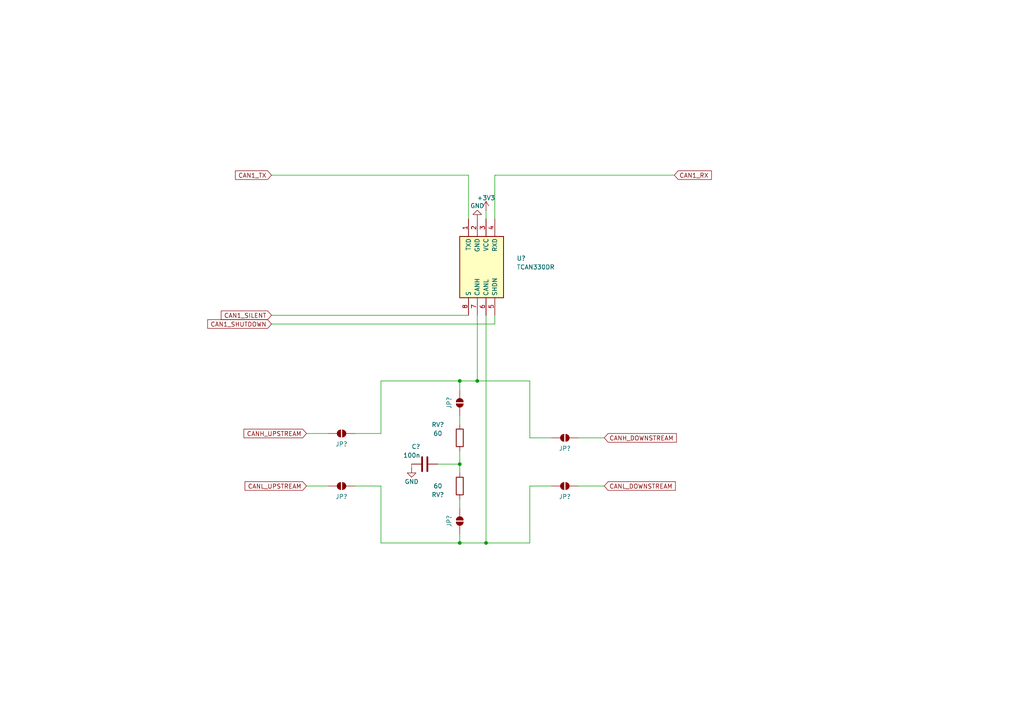
<source format=kicad_sch>
(kicad_sch (version 20231120) (generator "eeschema") (generator_version "8.0")
  (paper "A4")
  (lib_symbols
    (symbol "Device:C" (pin_numbers hide) (pin_names (offset 0.254))
      (property "Reference" "C" (at 0.635 2.54 0))
      (property "Value" "C" (at 0.635 -2.54 0))
      (symbol "C_0_1"
        (polyline (pts (xy -2.032 -0.762) (xy 2.032 -0.762)) (stroke (width 0.508)))
        (polyline (pts (xy -2.032 0.762) (xy 2.032 0.762)) (stroke (width 0.508)))
      )
      (symbol "C_1_1"
        (pin passive line (at 0 3.81 270) (length 2.794) (name "~") (number "1"))
        (pin passive line (at 0 -3.81 90) (length 2.794) (name "~") (number "2"))
      )
    )
    (symbol "Device:R" (pin_numbers hide) (pin_names (offset 0))
      (property "Reference" "R" (at 2.032 0 90))
      (property "Value" "R" (at 0 0 90))
      (symbol "R_0_1"
        (rectangle (start -1.016 -2.54) (end 1.016 2.54) (stroke (width 0.254)))
      )
      (symbol "R_1_1"
        (pin passive line (at 0 3.81 270) (length 1.27) (name "~") (number "1"))
        (pin passive line (at 0 -3.81 90) (length 1.27) (name "~") (number "2"))
      )
    )
    (symbol "Jumper:SolderJumper_2_Open" (pin_numbers hide) (pin_names (offset 0) hide) (exclude_from_sim yes) (in_bom no)
      (property "Reference" "JP" (at 0 2.032 0))
      (property "Value" "SolderJumper_2_Open" (at 0 -2.54 0))
      (symbol "SolderJumper_2_Open_0_1"
        (arc (start -0.254 1.016) (mid -1.2656 0) (end -0.254 -1.016))
        (arc (start -0.254 1.016) (mid -1.2656 0) (end -0.254 -1.016) (fill (type outline)))
        (polyline (pts (xy -0.254 1.016) (xy -0.254 -1.016)))
        (polyline (pts (xy 0.254 1.016) (xy 0.254 -1.016)))
        (arc (start 0.254 -1.016) (mid 1.2656 0) (end 0.254 1.016))
        (arc (start 0.254 -1.016) (mid 1.2656 0) (end 0.254 1.016) (fill (type outline)))
      )
      (symbol "SolderJumper_2_Open_1_1"
        (pin passive line (at -3.81 0 0) (length 2.54) (name "A") (number "1"))
        (pin passive line (at 3.81 0 180) (length 2.54) (name "B") (number "2"))
      )
    )
    (symbol "TVSC:TCAN330DR"
      (property "Reference" "U" (at 24.13 7.62 0))
      (property "Value" "TCAN330DR" (at 24.13 5.08 0))
      (symbol "TCAN330DR_1_1"
        (rectangle (start 5.08 2.54) (end 22.86 -10.16) (stroke (width 0.254)) (fill (type background)))
        (pin passive line (at 0 0 0) (length 5.08) (name "TXD") (number "1"))
        (pin passive line (at 0 -2.54 0) (length 5.08) (name "GND") (number "2"))
        (pin passive line (at 0 -5.08 0) (length 5.08) (name "VCC") (number "3"))
        (pin passive line (at 0 -7.62 0) (length 5.08) (name "RXD") (number "4"))
        (pin passive line (at 27.94 -7.62 180) (length 5.08) (name "SHDN") (number "5"))
        (pin passive line (at 27.94 -5.08 180) (length 5.08) (name "CANL") (number "6"))
        (pin passive line (at 27.94 -2.54 180) (length 5.08) (name "CANH") (number "7"))
        (pin passive line (at 27.94 0 180) (length 5.08) (name "S") (number "8"))
      )
    )
    (symbol "power:+3V3" (power) (pin_numbers hide) (pin_names (offset 0) hide)
      (property "Value" "+3V3" (at 0 3.556 0))
      (symbol "+3V3_0_1"
        (polyline (pts (xy -0.762 1.27) (xy 0 2.54)))
        (polyline (pts (xy 0 0) (xy 0 2.54)))
        (polyline (pts (xy 0 2.54) (xy 0.762 1.27)))
      )
      (symbol "+3V3_1_1"
        (pin power_in line (at 0 0 90) (length 0) (name "~") (number "1"))
      )
    )
    (symbol "power:GND" (power) (pin_numbers hide) (pin_names (offset 0) hide)
      (property "Value" "GND" (at 0 -3.81 0))
      (symbol "GND_0_1"
        (polyline (pts (xy 0 0) (xy 0 -1.27) (xy 1.27 -1.27) (xy 0 -2.54) (xy -1.27 -1.27) (xy 0 -1.27)))
      )
      (symbol "GND_1_1"
        (pin power_in line (at 0 0 270) (length 0) (name "~") (number "1"))
      )
    )
  )
  (junction (at 133.35 110.49))
  (junction (at 140.97 157.48))
  (junction (at 133.35 157.48))
  (junction (at 133.35 134.62))
  (junction (at 138.43 110.49))
  (wire (pts (xy 102.87 140.97) (xy 110.49 140.97)))
  (wire (pts (xy 110.49 125.73) (xy 110.49 110.49)))
  (wire (pts (xy 88.9 140.97) (xy 95.25 140.97)))
  (wire (pts (xy 133.35 120.65) (xy 133.35 123.19)))
  (wire (pts (xy 133.35 157.48) (xy 140.97 157.48)))
  (wire (pts (xy 110.49 110.49) (xy 133.35 110.49)))
  (wire (pts (xy 135.89 50.8) (xy 78.74 50.8)))
  (wire (pts (xy 167.64 127) (xy 175.26 127)))
  (wire (pts (xy 133.35 110.49) (xy 133.35 113.03)))
  (wire (pts (xy 143.51 93.98) (xy 143.51 91.44)))
  (wire (pts (xy 110.49 140.97) (xy 110.49 157.48)))
  (wire (pts (xy 110.49 157.48) (xy 133.35 157.48)))
  (wire (pts (xy 153.67 127) (xy 153.67 110.49)))
  (wire (pts (xy 138.43 91.44) (xy 138.43 110.49)))
  (wire (pts (xy 133.35 144.78) (xy 133.35 147.32)))
  (wire (pts (xy 133.35 134.62) (xy 133.35 130.81)))
  (wire (pts (xy 88.9 125.73) (xy 95.25 125.73)))
  (wire (pts (xy 119.38 134.62) (xy 119.38 135.89)))
  (wire (pts (xy 153.67 140.97) (xy 160.02 140.97)))
  (wire (pts (xy 78.74 91.44) (xy 135.89 91.44)))
  (wire (pts (xy 153.67 127) (xy 160.02 127)))
  (wire (pts (xy 140.97 91.44) (xy 140.97 157.48)))
  (wire (pts (xy 140.97 60.96) (xy 140.97 63.5)))
  (wire (pts (xy 133.35 154.94) (xy 133.35 157.48)))
  (wire (pts (xy 102.87 125.73) (xy 110.49 125.73)))
  (wire (pts (xy 140.97 157.48) (xy 153.67 157.48)))
  (wire (pts (xy 195.58 50.8) (xy 143.51 50.8)))
  (wire (pts (xy 133.35 110.49) (xy 138.43 110.49)))
  (wire (pts (xy 143.51 50.8) (xy 143.51 63.5)))
  (wire (pts (xy 133.35 134.62) (xy 133.35 137.16)))
  (wire (pts (xy 78.74 93.98) (xy 143.51 93.98)))
  (wire (pts (xy 153.67 140.97) (xy 153.67 157.48)))
  (wire (pts (xy 127 134.62) (xy 133.35 134.62)))
  (wire (pts (xy 138.43 110.49) (xy 153.67 110.49)))
  (wire (pts (xy 135.89 50.8) (xy 135.89 63.5)))
  (wire (pts (xy 167.64 140.97) (xy 175.26 140.97)))
  (global_label "CANL_UPSTREAM" (shape input) (at 88.9 140.97 180) (property "Intersheetrefs" "${INTERSHEET_REFS}" (effects (hide yes))))
  (global_label "CAN1_RX" (shape input) (at 195.58 50.8 0) (property "Intersheetrefs" "${INTERSHEET_REFS}" (effects (hide yes))))
  (global_label "CANH_DOWNSTREAM" (shape input) (at 175.26 127 0) (property "Intersheetrefs" "${INTERSHEET_REFS}" (effects (hide yes))))
  (global_label "CAN1_SILENT" (shape input) (at 78.74 91.44 180) (property "Intersheetrefs" "${INTERSHEET_REFS}" (effects (hide yes))))
  (global_label "CAN1_TX" (shape input) (at 78.74 50.8 180) (property "Intersheetrefs" "${INTERSHEET_REFS}" (effects (hide yes))))
  (global_label "CANL_DOWNSTREAM" (shape input) (at 175.26 140.97 0) (property "Intersheetrefs" "${INTERSHEET_REFS}" (effects (hide yes))))
  (global_label "CAN1_SHUTDOWN" (shape input) (at 78.74 93.98 180) (property "Intersheetrefs" "${INTERSHEET_REFS}" (effects (hide yes))))
  (global_label "CANH_UPSTREAM" (shape input) (at 88.9 125.73 180) (property "Intersheetrefs" "${INTERSHEET_REFS}" (effects (hide yes))))
  (symbol (lib_id "power:GND") (at 138.43 63.5 180) (unit 1)
    (property "Reference" "#PWR033" (effects (hide yes)))
    (property "Value" "GND" (at 138.43 59.69 0))
  )
  (symbol (lib_id "power:GND") (at 119.38 135.89 0) (mirror y) (unit 1)
    (property "Reference" "#PWR032" (effects (hide yes)))
    (property "Value" "GND" (at 119.38 139.7 0))
  )
  (symbol (lib_id "Jumper:SolderJumper_2_Open") (at 133.35 116.84 270) (unit 1) (exclude_from_sim yes) (in_bom no)
    (property "Reference" "JP?" (at 129.54 116.84 0) (effects (justify bottom)))
    (property "Value" "SolderJumper_2_Open" (effects (hide yes)))
    (property "Footprint" "Jumper:SolderJumper-2_P1.3mm_Open_RoundedPad1.0x1.5mm" (effects (hide yes)))
    (property "Active" "Y" (effects (hide yes)))
    (property "MPN" "NA" (effects (hide yes)))
  )
  (symbol (lib_id "Jumper:SolderJumper_2_Open") (at 133.35 151.13 270) (unit 1) (exclude_from_sim yes) (in_bom no)
    (property "Reference" "JP?" (at 129.54 151.13 0) (effects (justify bottom)))
    (property "Value" "SolderJumper_2_Open" (effects (hide yes)))
    (property "Footprint" "Jumper:SolderJumper-2_P1.3mm_Open_RoundedPad1.0x1.5mm" (effects (hide yes)))
    (property "Active" "Y" (effects (hide yes)))
    (property "MPN" "NA" (effects (hide yes)))
  )
  (symbol (lib_id "Jumper:SolderJumper_2_Open") (at 99.06 140.97 0) (unit 1) (exclude_from_sim yes) (in_bom no)
    (property "Reference" "JP?" (at 99.06 144.78 0) (effects (justify bottom)))
    (property "Value" "SolderJumper_2_Open" (effects (hide yes)))
    (property "Footprint" "Jumper:SolderJumper-2_P1.3mm_Open_RoundedPad1.0x1.5mm" (effects (hide yes)))
    (property "Active" "Y" (effects (hide yes)))
    (property "MPN" "NA" (effects (hide yes)))
  )
  (symbol (lib_id "Jumper:SolderJumper_2_Open") (at 99.06 125.73 0) (unit 1) (exclude_from_sim yes) (in_bom no)
    (property "Reference" "JP?" (at 99.06 129.54 0) (effects (justify bottom)))
    (property "Value" "SolderJumper_2_Open" (effects (hide yes)))
    (property "Footprint" "Jumper:SolderJumper-2_P1.3mm_Open_RoundedPad1.0x1.5mm" (effects (hide yes)))
    (property "Active" "Y" (effects (hide yes)))
    (property "MPN" "NA" (effects (hide yes)))
  )
  (symbol (lib_id "Device:R") (at 133.35 127 0) (mirror y) (unit 1)
    (property "Reference" "RV?" (at 127 123.19 0))
    (property "Value" "60" (at 127 125.73 0))
    (property "Footprint" "footprints:Nondescript_R_0402_1005Metric" (effects (hide yes)))
    (property "Active" "Y" (effects (hide yes)))
    (property "MPN" "C60310" (effects (hide yes)))
    (property "Manufacturer" "UNI-ROYAL(Uniroyal Elec)" (effects (hide yes)))
    (property "Manufacturer Part Number" "0402WGF604JTCE" (effects (hide yes)))
    (property "Specs" "0-120 Ohm" (effects (hide yes)))
    (property "Basic or Extended Component" "Basic" (effects (hide yes)))
  )
  (symbol (lib_id "Jumper:SolderJumper_2_Open") (at 163.83 140.97 0) (unit 1) (exclude_from_sim yes) (in_bom no)
    (property "Reference" "JP?" (at 163.83 144.78 0) (effects (justify bottom)))
    (property "Value" "SolderJumper_2_Open" (effects (hide yes)))
    (property "Footprint" "Jumper:SolderJumper-2_P1.3mm_Open_RoundedPad1.0x1.5mm" (effects (hide yes)))
    (property "Active" "Y" (effects (hide yes)))
    (property "MPN" "NA" (effects (hide yes)))
  )
  (symbol (lib_id "TVSC:TCAN330DR") (at 135.89 63.5 90) (mirror x) (unit 1)
    (property "Reference" "U?" (at 149.86 74.93 90) (effects (justify right)))
    (property "Value" "TCAN330DR" (at 149.86 77.47 90) (effects (justify right)))
    (property "Footprint" "footprints:SOIC127P600X175-8N" (effects (hide yes)))
    (property "Datasheet" "http://www.ti.com/lit/gpn/TCAN330" (effects (hide yes)))
    (property "Manufacturer" "Texas Instruments" (effects (hide yes)))
    (property "Manufacturer Part Number" "TCAN330DR" (effects (hide yes)))
    (property "MPN" "C2652876" (effects (hide yes)))
    (property "Height" "1.75" (effects (hide yes)))
    (property "Manufacturer" "Texas Instruments" (effects (hide yes)))
    (property "Manufacturer Part Number" "TCAN330DR" (effects (hide yes)))
    (property "Active" "Y" (effects (hide yes)))
    (property "Basic or Extended Component" "Extended" (effects (hide yes)))
  )
  (symbol (lib_id "Device:C") (at 123.19 134.62 90) (mirror x) (unit 1)
    (property "Reference" "C?" (at 120.65 129.54 90))
    (property "Value" "100n" (at 121.92 132.08 90) (effects (justify left)))
    (property "Footprint" "footprints:Nondescript_C_0402_1005Metric" (effects (hide yes)))
    (property "Active" "Y" (effects (hide yes)))
    (property "MPN" "C1525" (effects (hide yes)))
    (property "Manufacturer" "Samsung Electro-Mechanics" (effects (hide yes)))
    (property "Manufacturer Part Number" "CL05B104KO5NNNC" (effects (hide yes)))
    (property "Basic or Extended Component" "Basic" (effects (hide yes)))
  )
  (symbol (lib_id "Jumper:SolderJumper_2_Open") (at 163.83 127 0) (unit 1) (exclude_from_sim yes) (in_bom no)
    (property "Reference" "JP?" (at 163.83 130.81 0) (effects (justify bottom)))
    (property "Value" "SolderJumper_2_Open" (effects (hide yes)))
    (property "Footprint" "Jumper:SolderJumper-2_P1.3mm_Open_RoundedPad1.0x1.5mm" (effects (hide yes)))
    (property "Active" "Y" (effects (hide yes)))
    (property "MPN" "NA" (effects (hide yes)))
  )
  (symbol (lib_id "power:+3V3") (at 140.97 60.96 0) (unit 1)
    (property "Reference" "#PWR034" (effects (hide yes)))
    (property "Value" "+3V3" (at 140.97 57.404 0))
  )
  (symbol (lib_id "Device:R") (at 133.35 140.97 0) (mirror y) (unit 1)
    (property "Reference" "RV?" (at 127 143.51 0))
    (property "Value" "60" (at 127 140.97 0))
    (property "Footprint" "footprints:Nondescript_R_0402_1005Metric" (effects (hide yes)))
    (property "Active" "Y" (effects (hide yes)))
    (property "MPN" "C60310" (effects (hide yes)))
    (property "Manufacturer" "UNI-ROYAL(Uniroyal Elec)" (effects (hide yes)))
    (property "Manufacturer Part Number" "0402WGF604JTCE" (effects (hide yes)))
    (property "Specs" "0-120 Ohm" (effects (hide yes)))
    (property "Basic or Extended Component" "Basic" (effects (hide yes)))
  )
)
</source>
